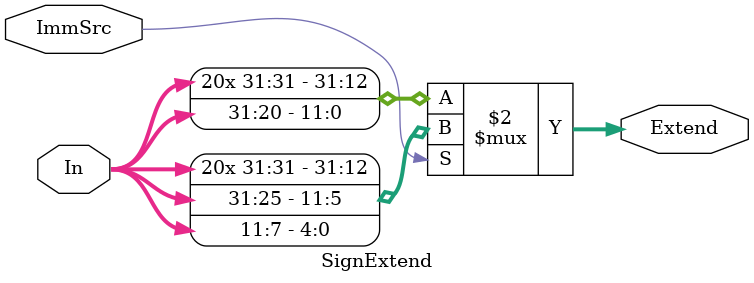
<source format=v>
module SignExtend (In,Extend,ImmSrc);

    input [31:0]In;
    input ImmSrc;
    output [31:0]Extend;

    assign Extend = (ImmSrc == 1'b1) ? ({{20{In[31]}},In[31:25],In[11:7]}):
                                        {{20{In[31]}},In[31:20]};
                                
endmodule
</source>
